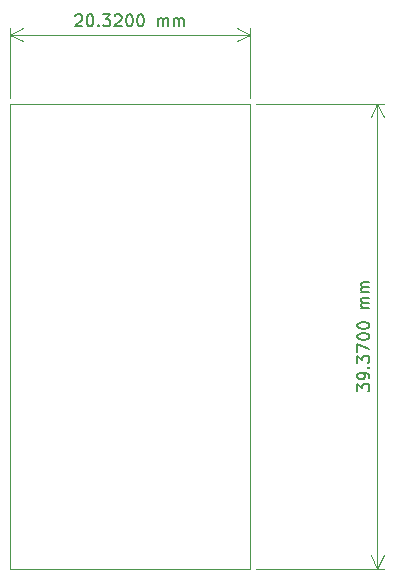
<source format=gbr>
%TF.GenerationSoftware,KiCad,Pcbnew,9.0.1*%
%TF.CreationDate,2025-05-22T11:03:56-04:00*%
%TF.ProjectId,Pneumatactors_1Xiao_PiezoPumps_2Valves,506e6575-6d61-4746-9163-746f72735f31,rev?*%
%TF.SameCoordinates,Original*%
%TF.FileFunction,Profile,NP*%
%FSLAX46Y46*%
G04 Gerber Fmt 4.6, Leading zero omitted, Abs format (unit mm)*
G04 Created by KiCad (PCBNEW 9.0.1) date 2025-05-22 11:03:56*
%MOMM*%
%LPD*%
G01*
G04 APERTURE LIST*
%ADD10C,0.150000*%
%TA.AperFunction,Profile*%
%ADD11C,0.100000*%
%TD*%
G04 APERTURE END LIST*
D10*
X69424819Y-62451665D02*
X69424819Y-61832618D01*
X69424819Y-61832618D02*
X69805771Y-62165951D01*
X69805771Y-62165951D02*
X69805771Y-62023094D01*
X69805771Y-62023094D02*
X69853390Y-61927856D01*
X69853390Y-61927856D02*
X69901009Y-61880237D01*
X69901009Y-61880237D02*
X69996247Y-61832618D01*
X69996247Y-61832618D02*
X70234342Y-61832618D01*
X70234342Y-61832618D02*
X70329580Y-61880237D01*
X70329580Y-61880237D02*
X70377200Y-61927856D01*
X70377200Y-61927856D02*
X70424819Y-62023094D01*
X70424819Y-62023094D02*
X70424819Y-62308808D01*
X70424819Y-62308808D02*
X70377200Y-62404046D01*
X70377200Y-62404046D02*
X70329580Y-62451665D01*
X70424819Y-61356427D02*
X70424819Y-61165951D01*
X70424819Y-61165951D02*
X70377200Y-61070713D01*
X70377200Y-61070713D02*
X70329580Y-61023094D01*
X70329580Y-61023094D02*
X70186723Y-60927856D01*
X70186723Y-60927856D02*
X69996247Y-60880237D01*
X69996247Y-60880237D02*
X69615295Y-60880237D01*
X69615295Y-60880237D02*
X69520057Y-60927856D01*
X69520057Y-60927856D02*
X69472438Y-60975475D01*
X69472438Y-60975475D02*
X69424819Y-61070713D01*
X69424819Y-61070713D02*
X69424819Y-61261189D01*
X69424819Y-61261189D02*
X69472438Y-61356427D01*
X69472438Y-61356427D02*
X69520057Y-61404046D01*
X69520057Y-61404046D02*
X69615295Y-61451665D01*
X69615295Y-61451665D02*
X69853390Y-61451665D01*
X69853390Y-61451665D02*
X69948628Y-61404046D01*
X69948628Y-61404046D02*
X69996247Y-61356427D01*
X69996247Y-61356427D02*
X70043866Y-61261189D01*
X70043866Y-61261189D02*
X70043866Y-61070713D01*
X70043866Y-61070713D02*
X69996247Y-60975475D01*
X69996247Y-60975475D02*
X69948628Y-60927856D01*
X69948628Y-60927856D02*
X69853390Y-60880237D01*
X70329580Y-60451665D02*
X70377200Y-60404046D01*
X70377200Y-60404046D02*
X70424819Y-60451665D01*
X70424819Y-60451665D02*
X70377200Y-60499284D01*
X70377200Y-60499284D02*
X70329580Y-60451665D01*
X70329580Y-60451665D02*
X70424819Y-60451665D01*
X69424819Y-60070713D02*
X69424819Y-59451666D01*
X69424819Y-59451666D02*
X69805771Y-59784999D01*
X69805771Y-59784999D02*
X69805771Y-59642142D01*
X69805771Y-59642142D02*
X69853390Y-59546904D01*
X69853390Y-59546904D02*
X69901009Y-59499285D01*
X69901009Y-59499285D02*
X69996247Y-59451666D01*
X69996247Y-59451666D02*
X70234342Y-59451666D01*
X70234342Y-59451666D02*
X70329580Y-59499285D01*
X70329580Y-59499285D02*
X70377200Y-59546904D01*
X70377200Y-59546904D02*
X70424819Y-59642142D01*
X70424819Y-59642142D02*
X70424819Y-59927856D01*
X70424819Y-59927856D02*
X70377200Y-60023094D01*
X70377200Y-60023094D02*
X70329580Y-60070713D01*
X69424819Y-59118332D02*
X69424819Y-58451666D01*
X69424819Y-58451666D02*
X70424819Y-58880237D01*
X69424819Y-57880237D02*
X69424819Y-57784999D01*
X69424819Y-57784999D02*
X69472438Y-57689761D01*
X69472438Y-57689761D02*
X69520057Y-57642142D01*
X69520057Y-57642142D02*
X69615295Y-57594523D01*
X69615295Y-57594523D02*
X69805771Y-57546904D01*
X69805771Y-57546904D02*
X70043866Y-57546904D01*
X70043866Y-57546904D02*
X70234342Y-57594523D01*
X70234342Y-57594523D02*
X70329580Y-57642142D01*
X70329580Y-57642142D02*
X70377200Y-57689761D01*
X70377200Y-57689761D02*
X70424819Y-57784999D01*
X70424819Y-57784999D02*
X70424819Y-57880237D01*
X70424819Y-57880237D02*
X70377200Y-57975475D01*
X70377200Y-57975475D02*
X70329580Y-58023094D01*
X70329580Y-58023094D02*
X70234342Y-58070713D01*
X70234342Y-58070713D02*
X70043866Y-58118332D01*
X70043866Y-58118332D02*
X69805771Y-58118332D01*
X69805771Y-58118332D02*
X69615295Y-58070713D01*
X69615295Y-58070713D02*
X69520057Y-58023094D01*
X69520057Y-58023094D02*
X69472438Y-57975475D01*
X69472438Y-57975475D02*
X69424819Y-57880237D01*
X69424819Y-56927856D02*
X69424819Y-56832618D01*
X69424819Y-56832618D02*
X69472438Y-56737380D01*
X69472438Y-56737380D02*
X69520057Y-56689761D01*
X69520057Y-56689761D02*
X69615295Y-56642142D01*
X69615295Y-56642142D02*
X69805771Y-56594523D01*
X69805771Y-56594523D02*
X70043866Y-56594523D01*
X70043866Y-56594523D02*
X70234342Y-56642142D01*
X70234342Y-56642142D02*
X70329580Y-56689761D01*
X70329580Y-56689761D02*
X70377200Y-56737380D01*
X70377200Y-56737380D02*
X70424819Y-56832618D01*
X70424819Y-56832618D02*
X70424819Y-56927856D01*
X70424819Y-56927856D02*
X70377200Y-57023094D01*
X70377200Y-57023094D02*
X70329580Y-57070713D01*
X70329580Y-57070713D02*
X70234342Y-57118332D01*
X70234342Y-57118332D02*
X70043866Y-57165951D01*
X70043866Y-57165951D02*
X69805771Y-57165951D01*
X69805771Y-57165951D02*
X69615295Y-57118332D01*
X69615295Y-57118332D02*
X69520057Y-57070713D01*
X69520057Y-57070713D02*
X69472438Y-57023094D01*
X69472438Y-57023094D02*
X69424819Y-56927856D01*
X70424819Y-55404046D02*
X69758152Y-55404046D01*
X69853390Y-55404046D02*
X69805771Y-55356427D01*
X69805771Y-55356427D02*
X69758152Y-55261189D01*
X69758152Y-55261189D02*
X69758152Y-55118332D01*
X69758152Y-55118332D02*
X69805771Y-55023094D01*
X69805771Y-55023094D02*
X69901009Y-54975475D01*
X69901009Y-54975475D02*
X70424819Y-54975475D01*
X69901009Y-54975475D02*
X69805771Y-54927856D01*
X69805771Y-54927856D02*
X69758152Y-54832618D01*
X69758152Y-54832618D02*
X69758152Y-54689761D01*
X69758152Y-54689761D02*
X69805771Y-54594522D01*
X69805771Y-54594522D02*
X69901009Y-54546903D01*
X69901009Y-54546903D02*
X70424819Y-54546903D01*
X70424819Y-54070713D02*
X69758152Y-54070713D01*
X69853390Y-54070713D02*
X69805771Y-54023094D01*
X69805771Y-54023094D02*
X69758152Y-53927856D01*
X69758152Y-53927856D02*
X69758152Y-53784999D01*
X69758152Y-53784999D02*
X69805771Y-53689761D01*
X69805771Y-53689761D02*
X69901009Y-53642142D01*
X69901009Y-53642142D02*
X70424819Y-53642142D01*
X69901009Y-53642142D02*
X69805771Y-53594523D01*
X69805771Y-53594523D02*
X69758152Y-53499285D01*
X69758152Y-53499285D02*
X69758152Y-53356428D01*
X69758152Y-53356428D02*
X69805771Y-53261189D01*
X69805771Y-53261189D02*
X69901009Y-53213570D01*
X69901009Y-53213570D02*
X70424819Y-53213570D01*
D11*
X60825000Y-38100000D02*
X71706420Y-38100000D01*
X71706420Y-77470000D02*
X60825000Y-77470000D01*
X71120000Y-38100000D02*
X71120000Y-77470000D01*
X71120000Y-38100000D02*
X71706421Y-39226504D01*
X71120000Y-38100000D02*
X70533579Y-39226504D01*
X71120000Y-77470000D02*
X70533579Y-76343496D01*
X71120000Y-77470000D02*
X71706421Y-76343496D01*
X40005000Y-38100000D02*
X60325000Y-38100000D01*
X60325000Y-77470000D01*
X40005000Y-77470000D01*
X40005000Y-38100000D01*
D10*
X45545953Y-30658057D02*
X45593572Y-30610438D01*
X45593572Y-30610438D02*
X45688810Y-30562819D01*
X45688810Y-30562819D02*
X45926905Y-30562819D01*
X45926905Y-30562819D02*
X46022143Y-30610438D01*
X46022143Y-30610438D02*
X46069762Y-30658057D01*
X46069762Y-30658057D02*
X46117381Y-30753295D01*
X46117381Y-30753295D02*
X46117381Y-30848533D01*
X46117381Y-30848533D02*
X46069762Y-30991390D01*
X46069762Y-30991390D02*
X45498334Y-31562819D01*
X45498334Y-31562819D02*
X46117381Y-31562819D01*
X46736429Y-30562819D02*
X46831667Y-30562819D01*
X46831667Y-30562819D02*
X46926905Y-30610438D01*
X46926905Y-30610438D02*
X46974524Y-30658057D01*
X46974524Y-30658057D02*
X47022143Y-30753295D01*
X47022143Y-30753295D02*
X47069762Y-30943771D01*
X47069762Y-30943771D02*
X47069762Y-31181866D01*
X47069762Y-31181866D02*
X47022143Y-31372342D01*
X47022143Y-31372342D02*
X46974524Y-31467580D01*
X46974524Y-31467580D02*
X46926905Y-31515200D01*
X46926905Y-31515200D02*
X46831667Y-31562819D01*
X46831667Y-31562819D02*
X46736429Y-31562819D01*
X46736429Y-31562819D02*
X46641191Y-31515200D01*
X46641191Y-31515200D02*
X46593572Y-31467580D01*
X46593572Y-31467580D02*
X46545953Y-31372342D01*
X46545953Y-31372342D02*
X46498334Y-31181866D01*
X46498334Y-31181866D02*
X46498334Y-30943771D01*
X46498334Y-30943771D02*
X46545953Y-30753295D01*
X46545953Y-30753295D02*
X46593572Y-30658057D01*
X46593572Y-30658057D02*
X46641191Y-30610438D01*
X46641191Y-30610438D02*
X46736429Y-30562819D01*
X47498334Y-31467580D02*
X47545953Y-31515200D01*
X47545953Y-31515200D02*
X47498334Y-31562819D01*
X47498334Y-31562819D02*
X47450715Y-31515200D01*
X47450715Y-31515200D02*
X47498334Y-31467580D01*
X47498334Y-31467580D02*
X47498334Y-31562819D01*
X47879286Y-30562819D02*
X48498333Y-30562819D01*
X48498333Y-30562819D02*
X48165000Y-30943771D01*
X48165000Y-30943771D02*
X48307857Y-30943771D01*
X48307857Y-30943771D02*
X48403095Y-30991390D01*
X48403095Y-30991390D02*
X48450714Y-31039009D01*
X48450714Y-31039009D02*
X48498333Y-31134247D01*
X48498333Y-31134247D02*
X48498333Y-31372342D01*
X48498333Y-31372342D02*
X48450714Y-31467580D01*
X48450714Y-31467580D02*
X48403095Y-31515200D01*
X48403095Y-31515200D02*
X48307857Y-31562819D01*
X48307857Y-31562819D02*
X48022143Y-31562819D01*
X48022143Y-31562819D02*
X47926905Y-31515200D01*
X47926905Y-31515200D02*
X47879286Y-31467580D01*
X48879286Y-30658057D02*
X48926905Y-30610438D01*
X48926905Y-30610438D02*
X49022143Y-30562819D01*
X49022143Y-30562819D02*
X49260238Y-30562819D01*
X49260238Y-30562819D02*
X49355476Y-30610438D01*
X49355476Y-30610438D02*
X49403095Y-30658057D01*
X49403095Y-30658057D02*
X49450714Y-30753295D01*
X49450714Y-30753295D02*
X49450714Y-30848533D01*
X49450714Y-30848533D02*
X49403095Y-30991390D01*
X49403095Y-30991390D02*
X48831667Y-31562819D01*
X48831667Y-31562819D02*
X49450714Y-31562819D01*
X50069762Y-30562819D02*
X50165000Y-30562819D01*
X50165000Y-30562819D02*
X50260238Y-30610438D01*
X50260238Y-30610438D02*
X50307857Y-30658057D01*
X50307857Y-30658057D02*
X50355476Y-30753295D01*
X50355476Y-30753295D02*
X50403095Y-30943771D01*
X50403095Y-30943771D02*
X50403095Y-31181866D01*
X50403095Y-31181866D02*
X50355476Y-31372342D01*
X50355476Y-31372342D02*
X50307857Y-31467580D01*
X50307857Y-31467580D02*
X50260238Y-31515200D01*
X50260238Y-31515200D02*
X50165000Y-31562819D01*
X50165000Y-31562819D02*
X50069762Y-31562819D01*
X50069762Y-31562819D02*
X49974524Y-31515200D01*
X49974524Y-31515200D02*
X49926905Y-31467580D01*
X49926905Y-31467580D02*
X49879286Y-31372342D01*
X49879286Y-31372342D02*
X49831667Y-31181866D01*
X49831667Y-31181866D02*
X49831667Y-30943771D01*
X49831667Y-30943771D02*
X49879286Y-30753295D01*
X49879286Y-30753295D02*
X49926905Y-30658057D01*
X49926905Y-30658057D02*
X49974524Y-30610438D01*
X49974524Y-30610438D02*
X50069762Y-30562819D01*
X51022143Y-30562819D02*
X51117381Y-30562819D01*
X51117381Y-30562819D02*
X51212619Y-30610438D01*
X51212619Y-30610438D02*
X51260238Y-30658057D01*
X51260238Y-30658057D02*
X51307857Y-30753295D01*
X51307857Y-30753295D02*
X51355476Y-30943771D01*
X51355476Y-30943771D02*
X51355476Y-31181866D01*
X51355476Y-31181866D02*
X51307857Y-31372342D01*
X51307857Y-31372342D02*
X51260238Y-31467580D01*
X51260238Y-31467580D02*
X51212619Y-31515200D01*
X51212619Y-31515200D02*
X51117381Y-31562819D01*
X51117381Y-31562819D02*
X51022143Y-31562819D01*
X51022143Y-31562819D02*
X50926905Y-31515200D01*
X50926905Y-31515200D02*
X50879286Y-31467580D01*
X50879286Y-31467580D02*
X50831667Y-31372342D01*
X50831667Y-31372342D02*
X50784048Y-31181866D01*
X50784048Y-31181866D02*
X50784048Y-30943771D01*
X50784048Y-30943771D02*
X50831667Y-30753295D01*
X50831667Y-30753295D02*
X50879286Y-30658057D01*
X50879286Y-30658057D02*
X50926905Y-30610438D01*
X50926905Y-30610438D02*
X51022143Y-30562819D01*
X52545953Y-31562819D02*
X52545953Y-30896152D01*
X52545953Y-30991390D02*
X52593572Y-30943771D01*
X52593572Y-30943771D02*
X52688810Y-30896152D01*
X52688810Y-30896152D02*
X52831667Y-30896152D01*
X52831667Y-30896152D02*
X52926905Y-30943771D01*
X52926905Y-30943771D02*
X52974524Y-31039009D01*
X52974524Y-31039009D02*
X52974524Y-31562819D01*
X52974524Y-31039009D02*
X53022143Y-30943771D01*
X53022143Y-30943771D02*
X53117381Y-30896152D01*
X53117381Y-30896152D02*
X53260238Y-30896152D01*
X53260238Y-30896152D02*
X53355477Y-30943771D01*
X53355477Y-30943771D02*
X53403096Y-31039009D01*
X53403096Y-31039009D02*
X53403096Y-31562819D01*
X53879286Y-31562819D02*
X53879286Y-30896152D01*
X53879286Y-30991390D02*
X53926905Y-30943771D01*
X53926905Y-30943771D02*
X54022143Y-30896152D01*
X54022143Y-30896152D02*
X54165000Y-30896152D01*
X54165000Y-30896152D02*
X54260238Y-30943771D01*
X54260238Y-30943771D02*
X54307857Y-31039009D01*
X54307857Y-31039009D02*
X54307857Y-31562819D01*
X54307857Y-31039009D02*
X54355476Y-30943771D01*
X54355476Y-30943771D02*
X54450714Y-30896152D01*
X54450714Y-30896152D02*
X54593571Y-30896152D01*
X54593571Y-30896152D02*
X54688810Y-30943771D01*
X54688810Y-30943771D02*
X54736429Y-31039009D01*
X54736429Y-31039009D02*
X54736429Y-31562819D01*
D11*
X40005000Y-37600000D02*
X40005000Y-31671580D01*
X60325000Y-31671580D02*
X60325000Y-37600000D01*
X40005000Y-32258000D02*
X60325000Y-32258000D01*
X40005000Y-32258000D02*
X41131504Y-31671579D01*
X40005000Y-32258000D02*
X41131504Y-32844421D01*
X60325000Y-32258000D02*
X59198496Y-32844421D01*
X60325000Y-32258000D02*
X59198496Y-31671579D01*
M02*

</source>
